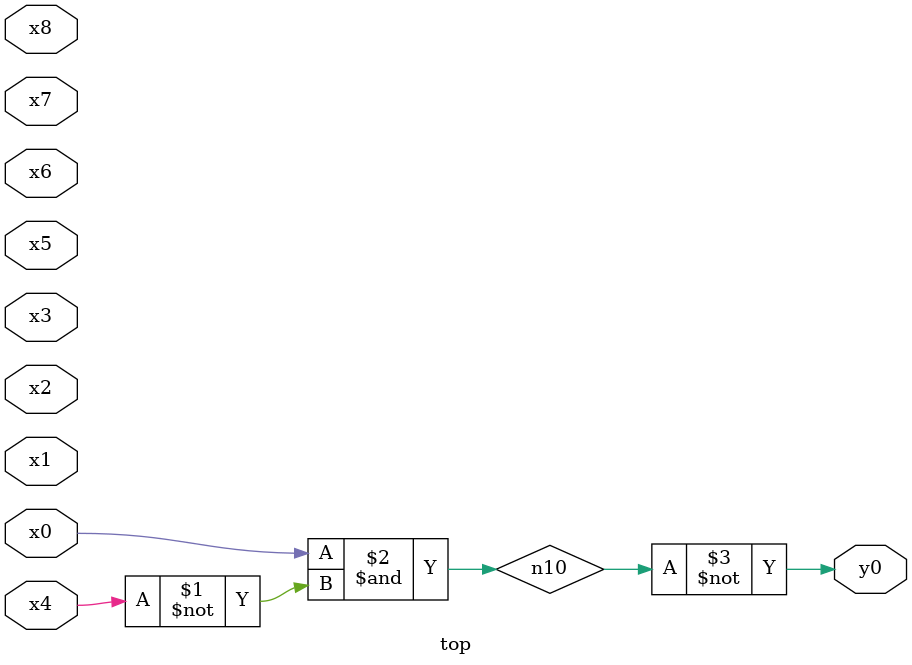
<source format=v>
module top( x0 , x1 , x2 , x3 , x4 , x5 , x6 , x7 , x8 , y0 );
  input x0 , x1 , x2 , x3 , x4 , x5 , x6 , x7 , x8 ;
  output y0 ;
  wire n10 ;
  assign n10 = x0 & ~x4 ;
  assign y0 = ~n10 ;
endmodule

</source>
